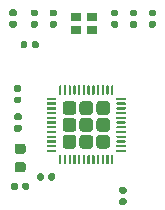
<source format=gbr>
%TF.GenerationSoftware,KiCad,Pcbnew,(5.1.10)-1*%
%TF.CreationDate,2024-03-30T22:18:20+09:00*%
%TF.ProjectId,BLEModule,424c454d-6f64-4756-9c65-2e6b69636164,rev?*%
%TF.SameCoordinates,Original*%
%TF.FileFunction,Paste,Top*%
%TF.FilePolarity,Positive*%
%FSLAX46Y46*%
G04 Gerber Fmt 4.6, Leading zero omitted, Abs format (unit mm)*
G04 Created by KiCad (PCBNEW (5.1.10)-1) date 2024-03-30 22:18:20*
%MOMM*%
%LPD*%
G01*
G04 APERTURE LIST*
%ADD10R,0.900000X0.800000*%
G04 APERTURE END LIST*
%TO.C,C4*%
G36*
G01*
X142000000Y-85630000D02*
X142000000Y-85970000D01*
G75*
G02*
X141860000Y-86110000I-140000J0D01*
G01*
X141580000Y-86110000D01*
G75*
G02*
X141440000Y-85970000I0J140000D01*
G01*
X141440000Y-85630000D01*
G75*
G02*
X141580000Y-85490000I140000J0D01*
G01*
X141860000Y-85490000D01*
G75*
G02*
X142000000Y-85630000I0J-140000D01*
G01*
G37*
G36*
G01*
X142960000Y-85630000D02*
X142960000Y-85970000D01*
G75*
G02*
X142820000Y-86110000I-140000J0D01*
G01*
X142540000Y-86110000D01*
G75*
G02*
X142400000Y-85970000I0J140000D01*
G01*
X142400000Y-85630000D01*
G75*
G02*
X142540000Y-85490000I140000J0D01*
G01*
X142820000Y-85490000D01*
G75*
G02*
X142960000Y-85630000I0J-140000D01*
G01*
G37*
%TD*%
%TO.C,C1*%
G36*
G01*
X148530000Y-87620000D02*
X148870000Y-87620000D01*
G75*
G02*
X149010000Y-87760000I0J-140000D01*
G01*
X149010000Y-88040000D01*
G75*
G02*
X148870000Y-88180000I-140000J0D01*
G01*
X148530000Y-88180000D01*
G75*
G02*
X148390000Y-88040000I0J140000D01*
G01*
X148390000Y-87760000D01*
G75*
G02*
X148530000Y-87620000I140000J0D01*
G01*
G37*
G36*
G01*
X148530000Y-86660000D02*
X148870000Y-86660000D01*
G75*
G02*
X149010000Y-86800000I0J-140000D01*
G01*
X149010000Y-87080000D01*
G75*
G02*
X148870000Y-87220000I-140000J0D01*
G01*
X148530000Y-87220000D01*
G75*
G02*
X148390000Y-87080000I0J140000D01*
G01*
X148390000Y-86800000D01*
G75*
G02*
X148530000Y-86660000I140000J0D01*
G01*
G37*
%TD*%
D10*
%TO.C,Y1*%
X144700000Y-73350000D03*
X146100000Y-73350000D03*
X146100000Y-72250000D03*
X144700000Y-72250000D03*
%TD*%
%TO.C,U1*%
G36*
G01*
X143450000Y-84750000D02*
X143350000Y-84750000D01*
G75*
G02*
X143300000Y-84700000I0J50000D01*
G01*
X143300000Y-84000000D01*
G75*
G02*
X143350000Y-83950000I50000J0D01*
G01*
X143450000Y-83950000D01*
G75*
G02*
X143500000Y-84000000I0J-50000D01*
G01*
X143500000Y-84700000D01*
G75*
G02*
X143450000Y-84750000I-50000J0D01*
G01*
G37*
G36*
G01*
X143850000Y-84750000D02*
X143750000Y-84750000D01*
G75*
G02*
X143700000Y-84700000I0J50000D01*
G01*
X143700000Y-84000000D01*
G75*
G02*
X143750000Y-83950000I50000J0D01*
G01*
X143850000Y-83950000D01*
G75*
G02*
X143900000Y-84000000I0J-50000D01*
G01*
X143900000Y-84700000D01*
G75*
G02*
X143850000Y-84750000I-50000J0D01*
G01*
G37*
G36*
G01*
X144250000Y-84750000D02*
X144150000Y-84750000D01*
G75*
G02*
X144100000Y-84700000I0J50000D01*
G01*
X144100000Y-84000000D01*
G75*
G02*
X144150000Y-83950000I50000J0D01*
G01*
X144250000Y-83950000D01*
G75*
G02*
X144300000Y-84000000I0J-50000D01*
G01*
X144300000Y-84700000D01*
G75*
G02*
X144250000Y-84750000I-50000J0D01*
G01*
G37*
G36*
G01*
X144650000Y-84750000D02*
X144550000Y-84750000D01*
G75*
G02*
X144500000Y-84700000I0J50000D01*
G01*
X144500000Y-84000000D01*
G75*
G02*
X144550000Y-83950000I50000J0D01*
G01*
X144650000Y-83950000D01*
G75*
G02*
X144700000Y-84000000I0J-50000D01*
G01*
X144700000Y-84700000D01*
G75*
G02*
X144650000Y-84750000I-50000J0D01*
G01*
G37*
G36*
G01*
X145050000Y-84750000D02*
X144950000Y-84750000D01*
G75*
G02*
X144900000Y-84700000I0J50000D01*
G01*
X144900000Y-84000000D01*
G75*
G02*
X144950000Y-83950000I50000J0D01*
G01*
X145050000Y-83950000D01*
G75*
G02*
X145100000Y-84000000I0J-50000D01*
G01*
X145100000Y-84700000D01*
G75*
G02*
X145050000Y-84750000I-50000J0D01*
G01*
G37*
G36*
G01*
X145450000Y-84750000D02*
X145350000Y-84750000D01*
G75*
G02*
X145300000Y-84700000I0J50000D01*
G01*
X145300000Y-84000000D01*
G75*
G02*
X145350000Y-83950000I50000J0D01*
G01*
X145450000Y-83950000D01*
G75*
G02*
X145500000Y-84000000I0J-50000D01*
G01*
X145500000Y-84700000D01*
G75*
G02*
X145450000Y-84750000I-50000J0D01*
G01*
G37*
G36*
G01*
X145850000Y-84750000D02*
X145750000Y-84750000D01*
G75*
G02*
X145700000Y-84700000I0J50000D01*
G01*
X145700000Y-84000000D01*
G75*
G02*
X145750000Y-83950000I50000J0D01*
G01*
X145850000Y-83950000D01*
G75*
G02*
X145900000Y-84000000I0J-50000D01*
G01*
X145900000Y-84700000D01*
G75*
G02*
X145850000Y-84750000I-50000J0D01*
G01*
G37*
G36*
G01*
X146250000Y-84750000D02*
X146150000Y-84750000D01*
G75*
G02*
X146100000Y-84700000I0J50000D01*
G01*
X146100000Y-84000000D01*
G75*
G02*
X146150000Y-83950000I50000J0D01*
G01*
X146250000Y-83950000D01*
G75*
G02*
X146300000Y-84000000I0J-50000D01*
G01*
X146300000Y-84700000D01*
G75*
G02*
X146250000Y-84750000I-50000J0D01*
G01*
G37*
G36*
G01*
X146650000Y-84750000D02*
X146550000Y-84750000D01*
G75*
G02*
X146500000Y-84700000I0J50000D01*
G01*
X146500000Y-84000000D01*
G75*
G02*
X146550000Y-83950000I50000J0D01*
G01*
X146650000Y-83950000D01*
G75*
G02*
X146700000Y-84000000I0J-50000D01*
G01*
X146700000Y-84700000D01*
G75*
G02*
X146650000Y-84750000I-50000J0D01*
G01*
G37*
G36*
G01*
X147050000Y-84750000D02*
X146950000Y-84750000D01*
G75*
G02*
X146900000Y-84700000I0J50000D01*
G01*
X146900000Y-84000000D01*
G75*
G02*
X146950000Y-83950000I50000J0D01*
G01*
X147050000Y-83950000D01*
G75*
G02*
X147100000Y-84000000I0J-50000D01*
G01*
X147100000Y-84700000D01*
G75*
G02*
X147050000Y-84750000I-50000J0D01*
G01*
G37*
G36*
G01*
X147450000Y-84750000D02*
X147350000Y-84750000D01*
G75*
G02*
X147300000Y-84700000I0J50000D01*
G01*
X147300000Y-84000000D01*
G75*
G02*
X147350000Y-83950000I50000J0D01*
G01*
X147450000Y-83950000D01*
G75*
G02*
X147500000Y-84000000I0J-50000D01*
G01*
X147500000Y-84700000D01*
G75*
G02*
X147450000Y-84750000I-50000J0D01*
G01*
G37*
G36*
G01*
X147850000Y-84750000D02*
X147750000Y-84750000D01*
G75*
G02*
X147700000Y-84700000I0J50000D01*
G01*
X147700000Y-84000000D01*
G75*
G02*
X147750000Y-83950000I50000J0D01*
G01*
X147850000Y-83950000D01*
G75*
G02*
X147900000Y-84000000I0J-50000D01*
G01*
X147900000Y-84700000D01*
G75*
G02*
X147850000Y-84750000I-50000J0D01*
G01*
G37*
G36*
G01*
X148900000Y-83700000D02*
X148200000Y-83700000D01*
G75*
G02*
X148150000Y-83650000I0J50000D01*
G01*
X148150000Y-83550000D01*
G75*
G02*
X148200000Y-83500000I50000J0D01*
G01*
X148900000Y-83500000D01*
G75*
G02*
X148950000Y-83550000I0J-50000D01*
G01*
X148950000Y-83650000D01*
G75*
G02*
X148900000Y-83700000I-50000J0D01*
G01*
G37*
G36*
G01*
X148900000Y-83300000D02*
X148200000Y-83300000D01*
G75*
G02*
X148150000Y-83250000I0J50000D01*
G01*
X148150000Y-83150000D01*
G75*
G02*
X148200000Y-83100000I50000J0D01*
G01*
X148900000Y-83100000D01*
G75*
G02*
X148950000Y-83150000I0J-50000D01*
G01*
X148950000Y-83250000D01*
G75*
G02*
X148900000Y-83300000I-50000J0D01*
G01*
G37*
G36*
G01*
X148900000Y-82900000D02*
X148200000Y-82900000D01*
G75*
G02*
X148150000Y-82850000I0J50000D01*
G01*
X148150000Y-82750000D01*
G75*
G02*
X148200000Y-82700000I50000J0D01*
G01*
X148900000Y-82700000D01*
G75*
G02*
X148950000Y-82750000I0J-50000D01*
G01*
X148950000Y-82850000D01*
G75*
G02*
X148900000Y-82900000I-50000J0D01*
G01*
G37*
G36*
G01*
X148900000Y-82500000D02*
X148200000Y-82500000D01*
G75*
G02*
X148150000Y-82450000I0J50000D01*
G01*
X148150000Y-82350000D01*
G75*
G02*
X148200000Y-82300000I50000J0D01*
G01*
X148900000Y-82300000D01*
G75*
G02*
X148950000Y-82350000I0J-50000D01*
G01*
X148950000Y-82450000D01*
G75*
G02*
X148900000Y-82500000I-50000J0D01*
G01*
G37*
G36*
G01*
X148900000Y-82100000D02*
X148200000Y-82100000D01*
G75*
G02*
X148150000Y-82050000I0J50000D01*
G01*
X148150000Y-81950000D01*
G75*
G02*
X148200000Y-81900000I50000J0D01*
G01*
X148900000Y-81900000D01*
G75*
G02*
X148950000Y-81950000I0J-50000D01*
G01*
X148950000Y-82050000D01*
G75*
G02*
X148900000Y-82100000I-50000J0D01*
G01*
G37*
G36*
G01*
X148900000Y-81700000D02*
X148200000Y-81700000D01*
G75*
G02*
X148150000Y-81650000I0J50000D01*
G01*
X148150000Y-81550000D01*
G75*
G02*
X148200000Y-81500000I50000J0D01*
G01*
X148900000Y-81500000D01*
G75*
G02*
X148950000Y-81550000I0J-50000D01*
G01*
X148950000Y-81650000D01*
G75*
G02*
X148900000Y-81700000I-50000J0D01*
G01*
G37*
G36*
G01*
X148900000Y-81300000D02*
X148200000Y-81300000D01*
G75*
G02*
X148150000Y-81250000I0J50000D01*
G01*
X148150000Y-81150000D01*
G75*
G02*
X148200000Y-81100000I50000J0D01*
G01*
X148900000Y-81100000D01*
G75*
G02*
X148950000Y-81150000I0J-50000D01*
G01*
X148950000Y-81250000D01*
G75*
G02*
X148900000Y-81300000I-50000J0D01*
G01*
G37*
G36*
G01*
X148900000Y-80900000D02*
X148200000Y-80900000D01*
G75*
G02*
X148150000Y-80850000I0J50000D01*
G01*
X148150000Y-80750000D01*
G75*
G02*
X148200000Y-80700000I50000J0D01*
G01*
X148900000Y-80700000D01*
G75*
G02*
X148950000Y-80750000I0J-50000D01*
G01*
X148950000Y-80850000D01*
G75*
G02*
X148900000Y-80900000I-50000J0D01*
G01*
G37*
G36*
G01*
X148900000Y-80500000D02*
X148200000Y-80500000D01*
G75*
G02*
X148150000Y-80450000I0J50000D01*
G01*
X148150000Y-80350000D01*
G75*
G02*
X148200000Y-80300000I50000J0D01*
G01*
X148900000Y-80300000D01*
G75*
G02*
X148950000Y-80350000I0J-50000D01*
G01*
X148950000Y-80450000D01*
G75*
G02*
X148900000Y-80500000I-50000J0D01*
G01*
G37*
G36*
G01*
X148900000Y-80100000D02*
X148200000Y-80100000D01*
G75*
G02*
X148150000Y-80050000I0J50000D01*
G01*
X148150000Y-79950000D01*
G75*
G02*
X148200000Y-79900000I50000J0D01*
G01*
X148900000Y-79900000D01*
G75*
G02*
X148950000Y-79950000I0J-50000D01*
G01*
X148950000Y-80050000D01*
G75*
G02*
X148900000Y-80100000I-50000J0D01*
G01*
G37*
G36*
G01*
X148900000Y-79700000D02*
X148200000Y-79700000D01*
G75*
G02*
X148150000Y-79650000I0J50000D01*
G01*
X148150000Y-79550000D01*
G75*
G02*
X148200000Y-79500000I50000J0D01*
G01*
X148900000Y-79500000D01*
G75*
G02*
X148950000Y-79550000I0J-50000D01*
G01*
X148950000Y-79650000D01*
G75*
G02*
X148900000Y-79700000I-50000J0D01*
G01*
G37*
G36*
G01*
X148900000Y-79300000D02*
X148200000Y-79300000D01*
G75*
G02*
X148150000Y-79250000I0J50000D01*
G01*
X148150000Y-79150000D01*
G75*
G02*
X148200000Y-79100000I50000J0D01*
G01*
X148900000Y-79100000D01*
G75*
G02*
X148950000Y-79150000I0J-50000D01*
G01*
X148950000Y-79250000D01*
G75*
G02*
X148900000Y-79300000I-50000J0D01*
G01*
G37*
G36*
G01*
X147850000Y-78850000D02*
X147750000Y-78850000D01*
G75*
G02*
X147700000Y-78800000I0J50000D01*
G01*
X147700000Y-78100000D01*
G75*
G02*
X147750000Y-78050000I50000J0D01*
G01*
X147850000Y-78050000D01*
G75*
G02*
X147900000Y-78100000I0J-50000D01*
G01*
X147900000Y-78800000D01*
G75*
G02*
X147850000Y-78850000I-50000J0D01*
G01*
G37*
G36*
G01*
X147450000Y-78850000D02*
X147350000Y-78850000D01*
G75*
G02*
X147300000Y-78800000I0J50000D01*
G01*
X147300000Y-78100000D01*
G75*
G02*
X147350000Y-78050000I50000J0D01*
G01*
X147450000Y-78050000D01*
G75*
G02*
X147500000Y-78100000I0J-50000D01*
G01*
X147500000Y-78800000D01*
G75*
G02*
X147450000Y-78850000I-50000J0D01*
G01*
G37*
G36*
G01*
X147050000Y-78850000D02*
X146950000Y-78850000D01*
G75*
G02*
X146900000Y-78800000I0J50000D01*
G01*
X146900000Y-78100000D01*
G75*
G02*
X146950000Y-78050000I50000J0D01*
G01*
X147050000Y-78050000D01*
G75*
G02*
X147100000Y-78100000I0J-50000D01*
G01*
X147100000Y-78800000D01*
G75*
G02*
X147050000Y-78850000I-50000J0D01*
G01*
G37*
G36*
G01*
X146650000Y-78850000D02*
X146550000Y-78850000D01*
G75*
G02*
X146500000Y-78800000I0J50000D01*
G01*
X146500000Y-78100000D01*
G75*
G02*
X146550000Y-78050000I50000J0D01*
G01*
X146650000Y-78050000D01*
G75*
G02*
X146700000Y-78100000I0J-50000D01*
G01*
X146700000Y-78800000D01*
G75*
G02*
X146650000Y-78850000I-50000J0D01*
G01*
G37*
G36*
G01*
X146250000Y-78850000D02*
X146150000Y-78850000D01*
G75*
G02*
X146100000Y-78800000I0J50000D01*
G01*
X146100000Y-78100000D01*
G75*
G02*
X146150000Y-78050000I50000J0D01*
G01*
X146250000Y-78050000D01*
G75*
G02*
X146300000Y-78100000I0J-50000D01*
G01*
X146300000Y-78800000D01*
G75*
G02*
X146250000Y-78850000I-50000J0D01*
G01*
G37*
G36*
G01*
X145850000Y-78850000D02*
X145750000Y-78850000D01*
G75*
G02*
X145700000Y-78800000I0J50000D01*
G01*
X145700000Y-78100000D01*
G75*
G02*
X145750000Y-78050000I50000J0D01*
G01*
X145850000Y-78050000D01*
G75*
G02*
X145900000Y-78100000I0J-50000D01*
G01*
X145900000Y-78800000D01*
G75*
G02*
X145850000Y-78850000I-50000J0D01*
G01*
G37*
G36*
G01*
X145450000Y-78850000D02*
X145350000Y-78850000D01*
G75*
G02*
X145300000Y-78800000I0J50000D01*
G01*
X145300000Y-78100000D01*
G75*
G02*
X145350000Y-78050000I50000J0D01*
G01*
X145450000Y-78050000D01*
G75*
G02*
X145500000Y-78100000I0J-50000D01*
G01*
X145500000Y-78800000D01*
G75*
G02*
X145450000Y-78850000I-50000J0D01*
G01*
G37*
G36*
G01*
X145050000Y-78850000D02*
X144950000Y-78850000D01*
G75*
G02*
X144900000Y-78800000I0J50000D01*
G01*
X144900000Y-78100000D01*
G75*
G02*
X144950000Y-78050000I50000J0D01*
G01*
X145050000Y-78050000D01*
G75*
G02*
X145100000Y-78100000I0J-50000D01*
G01*
X145100000Y-78800000D01*
G75*
G02*
X145050000Y-78850000I-50000J0D01*
G01*
G37*
G36*
G01*
X144650000Y-78850000D02*
X144550000Y-78850000D01*
G75*
G02*
X144500000Y-78800000I0J50000D01*
G01*
X144500000Y-78100000D01*
G75*
G02*
X144550000Y-78050000I50000J0D01*
G01*
X144650000Y-78050000D01*
G75*
G02*
X144700000Y-78100000I0J-50000D01*
G01*
X144700000Y-78800000D01*
G75*
G02*
X144650000Y-78850000I-50000J0D01*
G01*
G37*
G36*
G01*
X144250000Y-78850000D02*
X144150000Y-78850000D01*
G75*
G02*
X144100000Y-78800000I0J50000D01*
G01*
X144100000Y-78100000D01*
G75*
G02*
X144150000Y-78050000I50000J0D01*
G01*
X144250000Y-78050000D01*
G75*
G02*
X144300000Y-78100000I0J-50000D01*
G01*
X144300000Y-78800000D01*
G75*
G02*
X144250000Y-78850000I-50000J0D01*
G01*
G37*
G36*
G01*
X143850000Y-78850000D02*
X143750000Y-78850000D01*
G75*
G02*
X143700000Y-78800000I0J50000D01*
G01*
X143700000Y-78100000D01*
G75*
G02*
X143750000Y-78050000I50000J0D01*
G01*
X143850000Y-78050000D01*
G75*
G02*
X143900000Y-78100000I0J-50000D01*
G01*
X143900000Y-78800000D01*
G75*
G02*
X143850000Y-78850000I-50000J0D01*
G01*
G37*
G36*
G01*
X143450000Y-78850000D02*
X143350000Y-78850000D01*
G75*
G02*
X143300000Y-78800000I0J50000D01*
G01*
X143300000Y-78100000D01*
G75*
G02*
X143350000Y-78050000I50000J0D01*
G01*
X143450000Y-78050000D01*
G75*
G02*
X143500000Y-78100000I0J-50000D01*
G01*
X143500000Y-78800000D01*
G75*
G02*
X143450000Y-78850000I-50000J0D01*
G01*
G37*
G36*
G01*
X143000000Y-79300000D02*
X142300000Y-79300000D01*
G75*
G02*
X142250000Y-79250000I0J50000D01*
G01*
X142250000Y-79150000D01*
G75*
G02*
X142300000Y-79100000I50000J0D01*
G01*
X143000000Y-79100000D01*
G75*
G02*
X143050000Y-79150000I0J-50000D01*
G01*
X143050000Y-79250000D01*
G75*
G02*
X143000000Y-79300000I-50000J0D01*
G01*
G37*
G36*
G01*
X143000000Y-79700000D02*
X142300000Y-79700000D01*
G75*
G02*
X142250000Y-79650000I0J50000D01*
G01*
X142250000Y-79550000D01*
G75*
G02*
X142300000Y-79500000I50000J0D01*
G01*
X143000000Y-79500000D01*
G75*
G02*
X143050000Y-79550000I0J-50000D01*
G01*
X143050000Y-79650000D01*
G75*
G02*
X143000000Y-79700000I-50000J0D01*
G01*
G37*
G36*
G01*
X143000000Y-80100000D02*
X142300000Y-80100000D01*
G75*
G02*
X142250000Y-80050000I0J50000D01*
G01*
X142250000Y-79950000D01*
G75*
G02*
X142300000Y-79900000I50000J0D01*
G01*
X143000000Y-79900000D01*
G75*
G02*
X143050000Y-79950000I0J-50000D01*
G01*
X143050000Y-80050000D01*
G75*
G02*
X143000000Y-80100000I-50000J0D01*
G01*
G37*
G36*
G01*
X143000000Y-80500000D02*
X142300000Y-80500000D01*
G75*
G02*
X142250000Y-80450000I0J50000D01*
G01*
X142250000Y-80350000D01*
G75*
G02*
X142300000Y-80300000I50000J0D01*
G01*
X143000000Y-80300000D01*
G75*
G02*
X143050000Y-80350000I0J-50000D01*
G01*
X143050000Y-80450000D01*
G75*
G02*
X143000000Y-80500000I-50000J0D01*
G01*
G37*
G36*
G01*
X143000000Y-80900000D02*
X142300000Y-80900000D01*
G75*
G02*
X142250000Y-80850000I0J50000D01*
G01*
X142250000Y-80750000D01*
G75*
G02*
X142300000Y-80700000I50000J0D01*
G01*
X143000000Y-80700000D01*
G75*
G02*
X143050000Y-80750000I0J-50000D01*
G01*
X143050000Y-80850000D01*
G75*
G02*
X143000000Y-80900000I-50000J0D01*
G01*
G37*
G36*
G01*
X143000000Y-81300000D02*
X142300000Y-81300000D01*
G75*
G02*
X142250000Y-81250000I0J50000D01*
G01*
X142250000Y-81150000D01*
G75*
G02*
X142300000Y-81100000I50000J0D01*
G01*
X143000000Y-81100000D01*
G75*
G02*
X143050000Y-81150000I0J-50000D01*
G01*
X143050000Y-81250000D01*
G75*
G02*
X143000000Y-81300000I-50000J0D01*
G01*
G37*
G36*
G01*
X143000000Y-81700000D02*
X142300000Y-81700000D01*
G75*
G02*
X142250000Y-81650000I0J50000D01*
G01*
X142250000Y-81550000D01*
G75*
G02*
X142300000Y-81500000I50000J0D01*
G01*
X143000000Y-81500000D01*
G75*
G02*
X143050000Y-81550000I0J-50000D01*
G01*
X143050000Y-81650000D01*
G75*
G02*
X143000000Y-81700000I-50000J0D01*
G01*
G37*
G36*
G01*
X143000000Y-82100000D02*
X142300000Y-82100000D01*
G75*
G02*
X142250000Y-82050000I0J50000D01*
G01*
X142250000Y-81950000D01*
G75*
G02*
X142300000Y-81900000I50000J0D01*
G01*
X143000000Y-81900000D01*
G75*
G02*
X143050000Y-81950000I0J-50000D01*
G01*
X143050000Y-82050000D01*
G75*
G02*
X143000000Y-82100000I-50000J0D01*
G01*
G37*
G36*
G01*
X143000000Y-82500000D02*
X142300000Y-82500000D01*
G75*
G02*
X142250000Y-82450000I0J50000D01*
G01*
X142250000Y-82350000D01*
G75*
G02*
X142300000Y-82300000I50000J0D01*
G01*
X143000000Y-82300000D01*
G75*
G02*
X143050000Y-82350000I0J-50000D01*
G01*
X143050000Y-82450000D01*
G75*
G02*
X143000000Y-82500000I-50000J0D01*
G01*
G37*
G36*
G01*
X143000000Y-82900000D02*
X142300000Y-82900000D01*
G75*
G02*
X142250000Y-82850000I0J50000D01*
G01*
X142250000Y-82750000D01*
G75*
G02*
X142300000Y-82700000I50000J0D01*
G01*
X143000000Y-82700000D01*
G75*
G02*
X143050000Y-82750000I0J-50000D01*
G01*
X143050000Y-82850000D01*
G75*
G02*
X143000000Y-82900000I-50000J0D01*
G01*
G37*
G36*
G01*
X143000000Y-83300000D02*
X142300000Y-83300000D01*
G75*
G02*
X142250000Y-83250000I0J50000D01*
G01*
X142250000Y-83150000D01*
G75*
G02*
X142300000Y-83100000I50000J0D01*
G01*
X143000000Y-83100000D01*
G75*
G02*
X143050000Y-83150000I0J-50000D01*
G01*
X143050000Y-83250000D01*
G75*
G02*
X143000000Y-83300000I-50000J0D01*
G01*
G37*
G36*
G01*
X143000000Y-83700000D02*
X142300000Y-83700000D01*
G75*
G02*
X142250000Y-83650000I0J50000D01*
G01*
X142250000Y-83550000D01*
G75*
G02*
X142300000Y-83500000I50000J0D01*
G01*
X143000000Y-83500000D01*
G75*
G02*
X143050000Y-83550000I0J-50000D01*
G01*
X143050000Y-83650000D01*
G75*
G02*
X143000000Y-83700000I-50000J0D01*
G01*
G37*
G36*
G01*
X144500002Y-83410000D02*
X143839998Y-83410000D01*
G75*
G02*
X143590000Y-83160002I0J249998D01*
G01*
X143590000Y-82499998D01*
G75*
G02*
X143839998Y-82250000I249998J0D01*
G01*
X144500002Y-82250000D01*
G75*
G02*
X144750000Y-82499998I0J-249998D01*
G01*
X144750000Y-83160002D01*
G75*
G02*
X144500002Y-83410000I-249998J0D01*
G01*
G37*
G36*
G01*
X145930002Y-83410000D02*
X145269998Y-83410000D01*
G75*
G02*
X145020000Y-83160002I0J249998D01*
G01*
X145020000Y-82499998D01*
G75*
G02*
X145269998Y-82250000I249998J0D01*
G01*
X145930002Y-82250000D01*
G75*
G02*
X146180000Y-82499998I0J-249998D01*
G01*
X146180000Y-83160002D01*
G75*
G02*
X145930002Y-83410000I-249998J0D01*
G01*
G37*
G36*
G01*
X147360002Y-83410000D02*
X146699998Y-83410000D01*
G75*
G02*
X146450000Y-83160002I0J249998D01*
G01*
X146450000Y-82499998D01*
G75*
G02*
X146699998Y-82250000I249998J0D01*
G01*
X147360002Y-82250000D01*
G75*
G02*
X147610000Y-82499998I0J-249998D01*
G01*
X147610000Y-83160002D01*
G75*
G02*
X147360002Y-83410000I-249998J0D01*
G01*
G37*
G36*
G01*
X144500002Y-81980000D02*
X143839998Y-81980000D01*
G75*
G02*
X143590000Y-81730002I0J249998D01*
G01*
X143590000Y-81069998D01*
G75*
G02*
X143839998Y-80820000I249998J0D01*
G01*
X144500002Y-80820000D01*
G75*
G02*
X144750000Y-81069998I0J-249998D01*
G01*
X144750000Y-81730002D01*
G75*
G02*
X144500002Y-81980000I-249998J0D01*
G01*
G37*
G36*
G01*
X145930002Y-81980000D02*
X145269998Y-81980000D01*
G75*
G02*
X145020000Y-81730002I0J249998D01*
G01*
X145020000Y-81069998D01*
G75*
G02*
X145269998Y-80820000I249998J0D01*
G01*
X145930002Y-80820000D01*
G75*
G02*
X146180000Y-81069998I0J-249998D01*
G01*
X146180000Y-81730002D01*
G75*
G02*
X145930002Y-81980000I-249998J0D01*
G01*
G37*
G36*
G01*
X147360002Y-81980000D02*
X146699998Y-81980000D01*
G75*
G02*
X146450000Y-81730002I0J249998D01*
G01*
X146450000Y-81069998D01*
G75*
G02*
X146699998Y-80820000I249998J0D01*
G01*
X147360002Y-80820000D01*
G75*
G02*
X147610000Y-81069998I0J-249998D01*
G01*
X147610000Y-81730002D01*
G75*
G02*
X147360002Y-81980000I-249998J0D01*
G01*
G37*
G36*
G01*
X144500002Y-80550000D02*
X143839998Y-80550000D01*
G75*
G02*
X143590000Y-80300002I0J249998D01*
G01*
X143590000Y-79639998D01*
G75*
G02*
X143839998Y-79390000I249998J0D01*
G01*
X144500002Y-79390000D01*
G75*
G02*
X144750000Y-79639998I0J-249998D01*
G01*
X144750000Y-80300002D01*
G75*
G02*
X144500002Y-80550000I-249998J0D01*
G01*
G37*
G36*
G01*
X145930002Y-80550000D02*
X145269998Y-80550000D01*
G75*
G02*
X145020000Y-80300002I0J249998D01*
G01*
X145020000Y-79639998D01*
G75*
G02*
X145269998Y-79390000I249998J0D01*
G01*
X145930002Y-79390000D01*
G75*
G02*
X146180000Y-79639998I0J-249998D01*
G01*
X146180000Y-80300002D01*
G75*
G02*
X145930002Y-80550000I-249998J0D01*
G01*
G37*
G36*
G01*
X147360002Y-80550000D02*
X146699998Y-80550000D01*
G75*
G02*
X146450000Y-80300002I0J249998D01*
G01*
X146450000Y-79639998D01*
G75*
G02*
X146699998Y-79390000I249998J0D01*
G01*
X147360002Y-79390000D01*
G75*
G02*
X147610000Y-79639998I0J-249998D01*
G01*
X147610000Y-80300002D01*
G75*
G02*
X147360002Y-80550000I-249998J0D01*
G01*
G37*
%TD*%
%TO.C,L3*%
G36*
G01*
X139227500Y-71620000D02*
X139572500Y-71620000D01*
G75*
G02*
X139720000Y-71767500I0J-147500D01*
G01*
X139720000Y-72062500D01*
G75*
G02*
X139572500Y-72210000I-147500J0D01*
G01*
X139227500Y-72210000D01*
G75*
G02*
X139080000Y-72062500I0J147500D01*
G01*
X139080000Y-71767500D01*
G75*
G02*
X139227500Y-71620000I147500J0D01*
G01*
G37*
G36*
G01*
X139227500Y-72590000D02*
X139572500Y-72590000D01*
G75*
G02*
X139720000Y-72737500I0J-147500D01*
G01*
X139720000Y-73032500D01*
G75*
G02*
X139572500Y-73180000I-147500J0D01*
G01*
X139227500Y-73180000D01*
G75*
G02*
X139080000Y-73032500I0J147500D01*
G01*
X139080000Y-72737500D01*
G75*
G02*
X139227500Y-72590000I147500J0D01*
G01*
G37*
%TD*%
%TO.C,L2*%
G36*
G01*
X139743750Y-82975000D02*
X140256250Y-82975000D01*
G75*
G02*
X140475000Y-83193750I0J-218750D01*
G01*
X140475000Y-83631250D01*
G75*
G02*
X140256250Y-83850000I-218750J0D01*
G01*
X139743750Y-83850000D01*
G75*
G02*
X139525000Y-83631250I0J218750D01*
G01*
X139525000Y-83193750D01*
G75*
G02*
X139743750Y-82975000I218750J0D01*
G01*
G37*
G36*
G01*
X139743750Y-84550000D02*
X140256250Y-84550000D01*
G75*
G02*
X140475000Y-84768750I0J-218750D01*
G01*
X140475000Y-85206250D01*
G75*
G02*
X140256250Y-85425000I-218750J0D01*
G01*
X139743750Y-85425000D01*
G75*
G02*
X139525000Y-85206250I0J218750D01*
G01*
X139525000Y-84768750D01*
G75*
G02*
X139743750Y-84550000I218750J0D01*
G01*
G37*
%TD*%
%TO.C,L1*%
G36*
G01*
X139627500Y-80420000D02*
X139972500Y-80420000D01*
G75*
G02*
X140120000Y-80567500I0J-147500D01*
G01*
X140120000Y-80862500D01*
G75*
G02*
X139972500Y-81010000I-147500J0D01*
G01*
X139627500Y-81010000D01*
G75*
G02*
X139480000Y-80862500I0J147500D01*
G01*
X139480000Y-80567500D01*
G75*
G02*
X139627500Y-80420000I147500J0D01*
G01*
G37*
G36*
G01*
X139627500Y-81390000D02*
X139972500Y-81390000D01*
G75*
G02*
X140120000Y-81537500I0J-147500D01*
G01*
X140120000Y-81832500D01*
G75*
G02*
X139972500Y-81980000I-147500J0D01*
G01*
X139627500Y-81980000D01*
G75*
G02*
X139480000Y-81832500I0J147500D01*
G01*
X139480000Y-81537500D01*
G75*
G02*
X139627500Y-81390000I147500J0D01*
G01*
G37*
%TD*%
%TO.C,C10*%
G36*
G01*
X141370000Y-72200000D02*
X141030000Y-72200000D01*
G75*
G02*
X140890000Y-72060000I0J140000D01*
G01*
X140890000Y-71780000D01*
G75*
G02*
X141030000Y-71640000I140000J0D01*
G01*
X141370000Y-71640000D01*
G75*
G02*
X141510000Y-71780000I0J-140000D01*
G01*
X141510000Y-72060000D01*
G75*
G02*
X141370000Y-72200000I-140000J0D01*
G01*
G37*
G36*
G01*
X141370000Y-73160000D02*
X141030000Y-73160000D01*
G75*
G02*
X140890000Y-73020000I0J140000D01*
G01*
X140890000Y-72740000D01*
G75*
G02*
X141030000Y-72600000I140000J0D01*
G01*
X141370000Y-72600000D01*
G75*
G02*
X141510000Y-72740000I0J-140000D01*
G01*
X141510000Y-73020000D01*
G75*
G02*
X141370000Y-73160000I-140000J0D01*
G01*
G37*
%TD*%
%TO.C,C9*%
G36*
G01*
X142970000Y-72200000D02*
X142630000Y-72200000D01*
G75*
G02*
X142490000Y-72060000I0J140000D01*
G01*
X142490000Y-71780000D01*
G75*
G02*
X142630000Y-71640000I140000J0D01*
G01*
X142970000Y-71640000D01*
G75*
G02*
X143110000Y-71780000I0J-140000D01*
G01*
X143110000Y-72060000D01*
G75*
G02*
X142970000Y-72200000I-140000J0D01*
G01*
G37*
G36*
G01*
X142970000Y-73160000D02*
X142630000Y-73160000D01*
G75*
G02*
X142490000Y-73020000I0J140000D01*
G01*
X142490000Y-72740000D01*
G75*
G02*
X142630000Y-72600000I140000J0D01*
G01*
X142970000Y-72600000D01*
G75*
G02*
X143110000Y-72740000I0J-140000D01*
G01*
X143110000Y-73020000D01*
G75*
G02*
X142970000Y-73160000I-140000J0D01*
G01*
G37*
%TD*%
%TO.C,C8*%
G36*
G01*
X148170000Y-72200000D02*
X147830000Y-72200000D01*
G75*
G02*
X147690000Y-72060000I0J140000D01*
G01*
X147690000Y-71780000D01*
G75*
G02*
X147830000Y-71640000I140000J0D01*
G01*
X148170000Y-71640000D01*
G75*
G02*
X148310000Y-71780000I0J-140000D01*
G01*
X148310000Y-72060000D01*
G75*
G02*
X148170000Y-72200000I-140000J0D01*
G01*
G37*
G36*
G01*
X148170000Y-73160000D02*
X147830000Y-73160000D01*
G75*
G02*
X147690000Y-73020000I0J140000D01*
G01*
X147690000Y-72740000D01*
G75*
G02*
X147830000Y-72600000I140000J0D01*
G01*
X148170000Y-72600000D01*
G75*
G02*
X148310000Y-72740000I0J-140000D01*
G01*
X148310000Y-73020000D01*
G75*
G02*
X148170000Y-73160000I-140000J0D01*
G01*
G37*
%TD*%
%TO.C,C7*%
G36*
G01*
X139970000Y-78600000D02*
X139630000Y-78600000D01*
G75*
G02*
X139490000Y-78460000I0J140000D01*
G01*
X139490000Y-78180000D01*
G75*
G02*
X139630000Y-78040000I140000J0D01*
G01*
X139970000Y-78040000D01*
G75*
G02*
X140110000Y-78180000I0J-140000D01*
G01*
X140110000Y-78460000D01*
G75*
G02*
X139970000Y-78600000I-140000J0D01*
G01*
G37*
G36*
G01*
X139970000Y-79560000D02*
X139630000Y-79560000D01*
G75*
G02*
X139490000Y-79420000I0J140000D01*
G01*
X139490000Y-79140000D01*
G75*
G02*
X139630000Y-79000000I140000J0D01*
G01*
X139970000Y-79000000D01*
G75*
G02*
X140110000Y-79140000I0J-140000D01*
G01*
X140110000Y-79420000D01*
G75*
G02*
X139970000Y-79560000I-140000J0D01*
G01*
G37*
%TD*%
%TO.C,C6*%
G36*
G01*
X149770000Y-72200000D02*
X149430000Y-72200000D01*
G75*
G02*
X149290000Y-72060000I0J140000D01*
G01*
X149290000Y-71780000D01*
G75*
G02*
X149430000Y-71640000I140000J0D01*
G01*
X149770000Y-71640000D01*
G75*
G02*
X149910000Y-71780000I0J-140000D01*
G01*
X149910000Y-72060000D01*
G75*
G02*
X149770000Y-72200000I-140000J0D01*
G01*
G37*
G36*
G01*
X149770000Y-73160000D02*
X149430000Y-73160000D01*
G75*
G02*
X149290000Y-73020000I0J140000D01*
G01*
X149290000Y-72740000D01*
G75*
G02*
X149430000Y-72600000I140000J0D01*
G01*
X149770000Y-72600000D01*
G75*
G02*
X149910000Y-72740000I0J-140000D01*
G01*
X149910000Y-73020000D01*
G75*
G02*
X149770000Y-73160000I-140000J0D01*
G01*
G37*
%TD*%
%TO.C,C5*%
G36*
G01*
X151370000Y-72200000D02*
X151030000Y-72200000D01*
G75*
G02*
X150890000Y-72060000I0J140000D01*
G01*
X150890000Y-71780000D01*
G75*
G02*
X151030000Y-71640000I140000J0D01*
G01*
X151370000Y-71640000D01*
G75*
G02*
X151510000Y-71780000I0J-140000D01*
G01*
X151510000Y-72060000D01*
G75*
G02*
X151370000Y-72200000I-140000J0D01*
G01*
G37*
G36*
G01*
X151370000Y-73160000D02*
X151030000Y-73160000D01*
G75*
G02*
X150890000Y-73020000I0J140000D01*
G01*
X150890000Y-72740000D01*
G75*
G02*
X151030000Y-72600000I140000J0D01*
G01*
X151370000Y-72600000D01*
G75*
G02*
X151510000Y-72740000I0J-140000D01*
G01*
X151510000Y-73020000D01*
G75*
G02*
X151370000Y-73160000I-140000J0D01*
G01*
G37*
%TD*%
%TO.C,C3*%
G36*
G01*
X139800000Y-86430000D02*
X139800000Y-86770000D01*
G75*
G02*
X139660000Y-86910000I-140000J0D01*
G01*
X139380000Y-86910000D01*
G75*
G02*
X139240000Y-86770000I0J140000D01*
G01*
X139240000Y-86430000D01*
G75*
G02*
X139380000Y-86290000I140000J0D01*
G01*
X139660000Y-86290000D01*
G75*
G02*
X139800000Y-86430000I0J-140000D01*
G01*
G37*
G36*
G01*
X140760000Y-86430000D02*
X140760000Y-86770000D01*
G75*
G02*
X140620000Y-86910000I-140000J0D01*
G01*
X140340000Y-86910000D01*
G75*
G02*
X140200000Y-86770000I0J140000D01*
G01*
X140200000Y-86430000D01*
G75*
G02*
X140340000Y-86290000I140000J0D01*
G01*
X140620000Y-86290000D01*
G75*
G02*
X140760000Y-86430000I0J-140000D01*
G01*
G37*
%TD*%
%TO.C,C2*%
G36*
G01*
X140600000Y-74430000D02*
X140600000Y-74770000D01*
G75*
G02*
X140460000Y-74910000I-140000J0D01*
G01*
X140180000Y-74910000D01*
G75*
G02*
X140040000Y-74770000I0J140000D01*
G01*
X140040000Y-74430000D01*
G75*
G02*
X140180000Y-74290000I140000J0D01*
G01*
X140460000Y-74290000D01*
G75*
G02*
X140600000Y-74430000I0J-140000D01*
G01*
G37*
G36*
G01*
X141560000Y-74430000D02*
X141560000Y-74770000D01*
G75*
G02*
X141420000Y-74910000I-140000J0D01*
G01*
X141140000Y-74910000D01*
G75*
G02*
X141000000Y-74770000I0J140000D01*
G01*
X141000000Y-74430000D01*
G75*
G02*
X141140000Y-74290000I140000J0D01*
G01*
X141420000Y-74290000D01*
G75*
G02*
X141560000Y-74430000I0J-140000D01*
G01*
G37*
%TD*%
M02*

</source>
